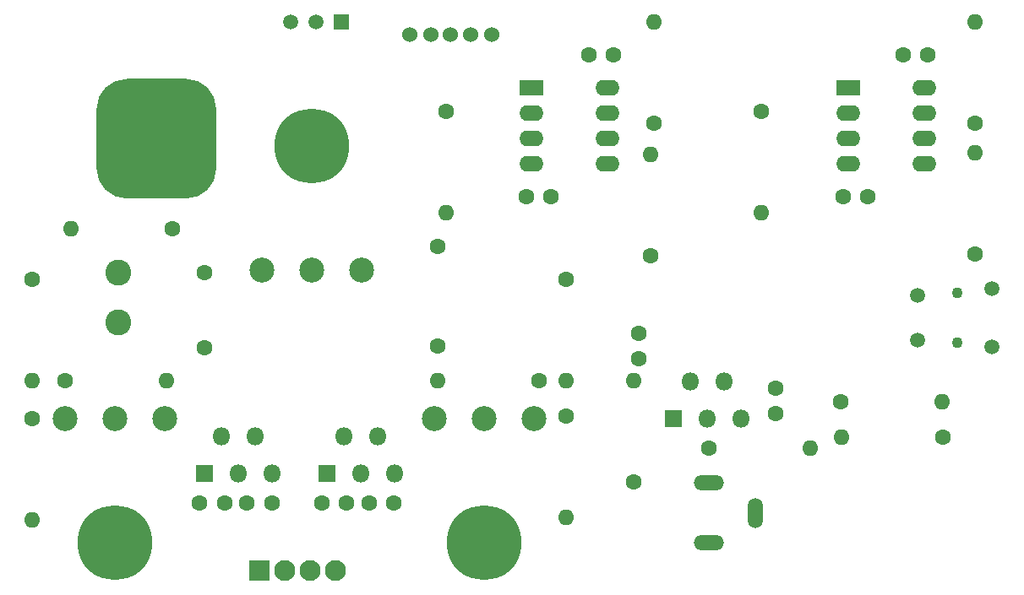
<source format=gts>
G04 #@! TF.GenerationSoftware,KiCad,Pcbnew,(5.1.6-0-10_14)*
G04 #@! TF.CreationDate,2020-11-05T10:16:14+09:00*
G04 #@! TF.ProjectId,chua,63687561-2e6b-4696-9361-645f70636258,rev?*
G04 #@! TF.SameCoordinates,Original*
G04 #@! TF.FileFunction,Soldermask,Top*
G04 #@! TF.FilePolarity,Negative*
%FSLAX46Y46*%
G04 Gerber Fmt 4.6, Leading zero omitted, Abs format (unit mm)*
G04 Created by KiCad (PCBNEW (5.1.6-0-10_14)) date 2020-11-05 10:16:14*
%MOMM*%
%LPD*%
G01*
G04 APERTURE LIST*
%ADD10O,1.508000X3.016000*%
%ADD11O,3.016000X1.508000*%
%ADD12C,7.500000*%
%ADD13C,2.500000*%
%ADD14C,1.600000*%
%ADD15C,1.500000*%
%ADD16C,1.100000*%
%ADD17C,2.600000*%
%ADD18O,2.400000X1.600000*%
%ADD19R,2.400000X1.600000*%
%ADD20R,1.520000X1.520000*%
%ADD21C,1.520000*%
%ADD22R,2.100000X2.100000*%
%ADD23C,2.100000*%
%ADD24O,1.600000X1.600000*%
%ADD25C,1.524000*%
%ADD26R,1.800000X1.800000*%
%ADD27O,1.800000X1.800000*%
G04 APERTURE END LIST*
D10*
X198450000Y-81750000D03*
D11*
X193750000Y-84750000D03*
X193750000Y-78750000D03*
D12*
X171250000Y-84750000D03*
D13*
X176250000Y-72250000D03*
X166250000Y-72250000D03*
X171250000Y-72250000D03*
D12*
X154004000Y-44904000D03*
D13*
X159004000Y-57404000D03*
X149004000Y-57404000D03*
X154004000Y-57404000D03*
X134250000Y-72250000D03*
X129250000Y-72250000D03*
X139250000Y-72250000D03*
D12*
X134250000Y-84750000D03*
D14*
X166624000Y-55000000D03*
X166624000Y-65000000D03*
D15*
X214672000Y-59926000D03*
X222172000Y-65076000D03*
X222172000Y-59276000D03*
X214672000Y-64426000D03*
D16*
X218672000Y-64676000D03*
X218672000Y-59676000D03*
G36*
G01*
X132430000Y-47196000D02*
X132430000Y-41196000D01*
G75*
G02*
X135430000Y-38196000I3000000J0D01*
G01*
X141430000Y-38196000D01*
G75*
G02*
X144430000Y-41196000I0J-3000000D01*
G01*
X144430000Y-47196000D01*
G75*
G02*
X141430000Y-50196000I-3000000J0D01*
G01*
X135430000Y-50196000D01*
G75*
G02*
X132430000Y-47196000I0J3000000D01*
G01*
G37*
D14*
X143256000Y-65158000D03*
X143256000Y-57658000D03*
D17*
X134620000Y-62658000D03*
X134620000Y-57658000D03*
D18*
X183642000Y-39116000D03*
X176022000Y-46736000D03*
X183642000Y-41656000D03*
X176022000Y-44196000D03*
X183642000Y-44196000D03*
X176022000Y-41656000D03*
X183642000Y-46736000D03*
D19*
X176022000Y-39116000D03*
D18*
X215392000Y-39116000D03*
X207772000Y-46736000D03*
X215392000Y-41656000D03*
X207772000Y-44196000D03*
X215392000Y-44196000D03*
X207772000Y-41656000D03*
X215392000Y-46736000D03*
D19*
X207772000Y-39116000D03*
D20*
X156972000Y-32512000D03*
D21*
X151892000Y-32512000D03*
X154432000Y-32512000D03*
D14*
X159750000Y-80750000D03*
X162250000Y-80750000D03*
X150000000Y-80750000D03*
X147500000Y-80750000D03*
X157500000Y-80750000D03*
X155000000Y-80750000D03*
X142750000Y-80750000D03*
X145250000Y-80750000D03*
X181750000Y-35750000D03*
X184250000Y-35750000D03*
X175500000Y-50000000D03*
X178000000Y-50000000D03*
X200500000Y-69250000D03*
X200500000Y-71750000D03*
X215750000Y-35750000D03*
X213250000Y-35750000D03*
X186750000Y-66250000D03*
X186750000Y-63750000D03*
X209750000Y-50000000D03*
X207250000Y-50000000D03*
D22*
X148750000Y-87500000D03*
D23*
X151290000Y-87500000D03*
X153830000Y-87500000D03*
X156370000Y-87500000D03*
D14*
X167500000Y-41500000D03*
D24*
X167500000Y-51660000D03*
X187960000Y-45750000D03*
D14*
X187960000Y-55910000D03*
X188250000Y-42660000D03*
D24*
X188250000Y-32500000D03*
X199000000Y-51660000D03*
D14*
X199000000Y-41500000D03*
D24*
X220500000Y-45590000D03*
D14*
X220500000Y-55750000D03*
X220500000Y-42660000D03*
D24*
X220500000Y-32500000D03*
X179500000Y-68500000D03*
D14*
X179500000Y-58340000D03*
X176750000Y-68500000D03*
D24*
X166590000Y-68500000D03*
X129840000Y-53250000D03*
D14*
X140000000Y-53250000D03*
D24*
X217160000Y-70612000D03*
D14*
X207000000Y-70612000D03*
X217250000Y-74168000D03*
D24*
X207090000Y-74168000D03*
X126000000Y-68500000D03*
D14*
X126000000Y-58340000D03*
X129250000Y-68500000D03*
D24*
X139410000Y-68500000D03*
D14*
X179500000Y-72000000D03*
D24*
X179500000Y-82160000D03*
D14*
X126000000Y-72250000D03*
D24*
X126000000Y-82410000D03*
X203910000Y-75250000D03*
D14*
X193750000Y-75250000D03*
X186250000Y-78660000D03*
D24*
X186250000Y-68500000D03*
D25*
X169900000Y-33750000D03*
X167900000Y-33750000D03*
X165900000Y-33750000D03*
X163800000Y-33750000D03*
X172000000Y-33750000D03*
D26*
X155500000Y-77750000D03*
D27*
X157200000Y-74050000D03*
X158900000Y-77750000D03*
X160600000Y-74050000D03*
X162300000Y-77750000D03*
D26*
X143250000Y-77750000D03*
D27*
X144950000Y-74050000D03*
X146650000Y-77750000D03*
X148350000Y-74050000D03*
X150050000Y-77750000D03*
X197050000Y-72250000D03*
X195350000Y-68550000D03*
X193650000Y-72250000D03*
X191950000Y-68550000D03*
D26*
X190250000Y-72250000D03*
M02*

</source>
